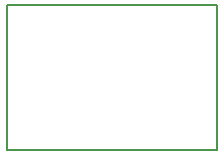
<source format=gm1>
G04 MADE WITH FRITZING*
G04 WWW.FRITZING.ORG*
G04 DOUBLE SIDED*
G04 HOLES PLATED*
G04 CONTOUR ON CENTER OF CONTOUR VECTOR*
%ASAXBY*%
%FSLAX23Y23*%
%MOIN*%
%OFA0B0*%
%SFA1.0B1.0*%
%ADD10R,0.708661X0.492126*%
%ADD11C,0.008000*%
%ADD10C,0.008*%
%LNCONTOUR*%
G90*
G70*
G54D10*
G54D11*
X4Y488D02*
X705Y488D01*
X705Y4D01*
X4Y4D01*
X4Y488D01*
D02*
G04 End of contour*
M02*
</source>
